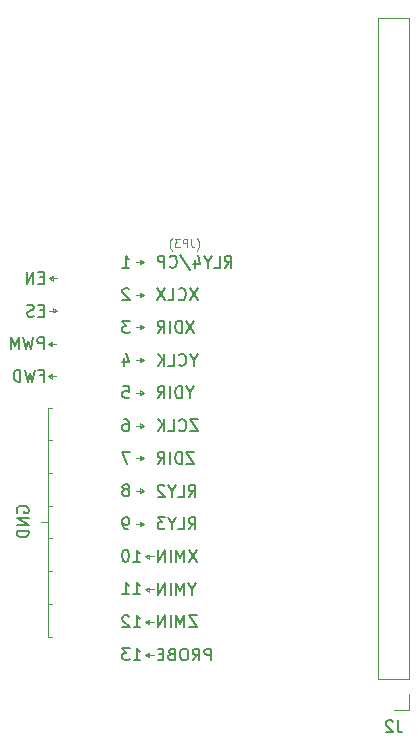
<source format=gbr>
%TF.GenerationSoftware,KiCad,Pcbnew,(6.0.11-0)*%
%TF.CreationDate,2023-07-12T13:16:53+12:00*%
%TF.ProjectId,controller-upper-cut,636f6e74-726f-46c6-9c65-722d75707065,3.2*%
%TF.SameCoordinates,PX206cc80PY68e7780*%
%TF.FileFunction,Legend,Bot*%
%TF.FilePolarity,Positive*%
%FSLAX46Y46*%
G04 Gerber Fmt 4.6, Leading zero omitted, Abs format (unit mm)*
G04 Created by KiCad (PCBNEW (6.0.11-0)) date 2023-07-12 13:16:53*
%MOMM*%
%LPD*%
G01*
G04 APERTURE LIST*
%ADD10C,0.100000*%
%ADD11C,0.150000*%
%ADD12C,0.110000*%
%ADD13C,0.120000*%
%ADD14C,5.500000*%
%ADD15C,4.000000*%
%ADD16R,1.600000X1.600000*%
%ADD17C,1.600000*%
%ADD18R,1.700000X1.700000*%
%ADD19O,1.700000X1.700000*%
G04 APERTURE END LIST*
D10*
X17500000Y-37500000D02*
X16800000Y-37500000D01*
X24566000Y-44250000D02*
X24566000Y-44600000D01*
X25035000Y-58300000D02*
X25385000Y-58500000D01*
X24576000Y-27650000D02*
X24576000Y-28000000D01*
X25735000Y-52750000D02*
X25035000Y-52750000D01*
X16800000Y-49825000D02*
X16200000Y-49825000D01*
X16800000Y-42900000D02*
X17100000Y-42901000D01*
X24916000Y-50000000D02*
X24566000Y-50150000D01*
X24216000Y-44450000D02*
X24916000Y-44450000D01*
X24926000Y-30620000D02*
X24576000Y-30420000D01*
X16800000Y-54000000D02*
X17100000Y-54001000D01*
X16800000Y-59549500D02*
X17100000Y-59550500D01*
X24566000Y-49800000D02*
X24566000Y-50150000D01*
X24566000Y-33160000D02*
X24566000Y-33510000D01*
X24216000Y-33360000D02*
X24916000Y-33360000D01*
X17200000Y-31750000D02*
X17200000Y-32100000D01*
X25035000Y-55550000D02*
X25385000Y-55750000D01*
X24916000Y-41700000D02*
X24566000Y-41850000D01*
X24566000Y-47000000D02*
X24566000Y-47350000D01*
X24226000Y-36150000D02*
X24926000Y-36150000D01*
X25385000Y-55750000D02*
X25385000Y-55400000D01*
X17200000Y-29400000D02*
X17200000Y-29050000D01*
X16800000Y-45650000D02*
X17100000Y-45651000D01*
X25035000Y-52750000D02*
X25385000Y-52600000D01*
X17550000Y-31950000D02*
X17200000Y-32100000D01*
X16850000Y-31950000D02*
X17550000Y-31950000D01*
X24926000Y-36150000D02*
X24576000Y-36300000D01*
X24576000Y-30420000D02*
X24576000Y-30770000D01*
X24926000Y-36150000D02*
X24576000Y-35950000D01*
X16800000Y-40150000D02*
X17100000Y-40151000D01*
X16800000Y-37500000D02*
X17150000Y-37700000D01*
X24926000Y-27850000D02*
X24576000Y-28000000D01*
X25035000Y-61100000D02*
X25385000Y-60950000D01*
X24216000Y-47200000D02*
X24916000Y-47200000D01*
X24916000Y-33360000D02*
X24566000Y-33160000D01*
X24576000Y-35950000D02*
X24576000Y-36300000D01*
X24916000Y-47200000D02*
X24566000Y-47350000D01*
X16800000Y-34750000D02*
X17150000Y-34950000D01*
X24916000Y-38900000D02*
X24566000Y-38700000D01*
X16800000Y-48450000D02*
X17100000Y-48451000D01*
X24916000Y-44450000D02*
X24566000Y-44250000D01*
X24216000Y-38900000D02*
X24916000Y-38900000D01*
X16800000Y-34750000D02*
X17150000Y-34600000D01*
X25385000Y-52950000D02*
X25385000Y-52600000D01*
X24226000Y-30620000D02*
X24926000Y-30620000D01*
X24916000Y-47200000D02*
X24566000Y-47000000D01*
X24916000Y-33360000D02*
X24566000Y-33510000D01*
X24916000Y-41700000D02*
X24566000Y-41500000D01*
X17150000Y-34950000D02*
X17150000Y-34600000D01*
X25035000Y-52750000D02*
X25385000Y-52950000D01*
X16800000Y-56750000D02*
X17100000Y-56751000D01*
X24916000Y-50000000D02*
X24566000Y-49800000D01*
X24226000Y-27850000D02*
X24926000Y-27850000D01*
X24566000Y-41500000D02*
X24566000Y-41850000D01*
X24916000Y-44450000D02*
X24566000Y-44600000D01*
X16850000Y-29200000D02*
X17200000Y-29050000D01*
X16800000Y-40150000D02*
X16800000Y-59549500D01*
X17550000Y-31950000D02*
X17200000Y-31750000D01*
X25035000Y-55550000D02*
X25385000Y-55400000D01*
X17500000Y-34750000D02*
X16800000Y-34750000D01*
X16850000Y-29200000D02*
X17200000Y-29400000D01*
X24926000Y-27850000D02*
X24576000Y-27650000D01*
X17150000Y-37700000D02*
X17150000Y-37350000D01*
X24566000Y-38700000D02*
X24566000Y-39050000D01*
X25735000Y-55550000D02*
X25035000Y-55550000D01*
X25035000Y-61100000D02*
X25385000Y-61300000D01*
X16800000Y-51200000D02*
X17100000Y-51201000D01*
X24216000Y-50000000D02*
X24916000Y-50000000D01*
X25735000Y-58300000D02*
X25035000Y-58300000D01*
X25735000Y-61100000D02*
X25035000Y-61100000D01*
X25385000Y-58500000D02*
X25385000Y-58150000D01*
X25035000Y-58300000D02*
X25385000Y-58150000D01*
X24926000Y-30620000D02*
X24576000Y-30770000D01*
X24216000Y-41700000D02*
X24916000Y-41700000D01*
X17550000Y-29200000D02*
X16850000Y-29200000D01*
X24916000Y-38900000D02*
X24566000Y-39050000D01*
X25385000Y-61300000D02*
X25385000Y-60950000D01*
X16800000Y-37500000D02*
X17150000Y-37350000D01*
D11*
X31754642Y-28302380D02*
X32087976Y-27826190D01*
X32326071Y-28302380D02*
X32326071Y-27302380D01*
X31945119Y-27302380D01*
X31849880Y-27350000D01*
X31802261Y-27397619D01*
X31754642Y-27492857D01*
X31754642Y-27635714D01*
X31802261Y-27730952D01*
X31849880Y-27778571D01*
X31945119Y-27826190D01*
X32326071Y-27826190D01*
X30849880Y-28302380D02*
X31326071Y-28302380D01*
X31326071Y-27302380D01*
X30326071Y-27826190D02*
X30326071Y-28302380D01*
X30659404Y-27302380D02*
X30326071Y-27826190D01*
X29992738Y-27302380D01*
X29230833Y-27635714D02*
X29230833Y-28302380D01*
X29468928Y-27254761D02*
X29707023Y-27969047D01*
X29087976Y-27969047D01*
X27992738Y-27254761D02*
X28849880Y-28540476D01*
X27087976Y-28207142D02*
X27135595Y-28254761D01*
X27278452Y-28302380D01*
X27373690Y-28302380D01*
X27516547Y-28254761D01*
X27611785Y-28159523D01*
X27659404Y-28064285D01*
X27707023Y-27873809D01*
X27707023Y-27730952D01*
X27659404Y-27540476D01*
X27611785Y-27445238D01*
X27516547Y-27350000D01*
X27373690Y-27302380D01*
X27278452Y-27302380D01*
X27135595Y-27350000D01*
X27087976Y-27397619D01*
X26659404Y-28302380D02*
X26659404Y-27302380D01*
X26278452Y-27302380D01*
X26183214Y-27350000D01*
X26135595Y-27397619D01*
X26087976Y-27492857D01*
X26087976Y-27635714D01*
X26135595Y-27730952D01*
X26183214Y-27778571D01*
X26278452Y-27826190D01*
X26659404Y-27826190D01*
X23570566Y-50452380D02*
X23380090Y-50452380D01*
X23284852Y-50404761D01*
X23237233Y-50357142D01*
X23141995Y-50214285D01*
X23094376Y-50023809D01*
X23094376Y-49642857D01*
X23141995Y-49547619D01*
X23189614Y-49500000D01*
X23284852Y-49452380D01*
X23475328Y-49452380D01*
X23570566Y-49500000D01*
X23618185Y-49547619D01*
X23665804Y-49642857D01*
X23665804Y-49880952D01*
X23618185Y-49976190D01*
X23570566Y-50023809D01*
X23475328Y-50071428D01*
X23284852Y-50071428D01*
X23189614Y-50023809D01*
X23141995Y-49976190D01*
X23094376Y-49880952D01*
X14200000Y-49038095D02*
X14152380Y-48942857D01*
X14152380Y-48800000D01*
X14200000Y-48657142D01*
X14295238Y-48561904D01*
X14390476Y-48514285D01*
X14580952Y-48466666D01*
X14723809Y-48466666D01*
X14914285Y-48514285D01*
X15009523Y-48561904D01*
X15104761Y-48657142D01*
X15152380Y-48800000D01*
X15152380Y-48895238D01*
X15104761Y-49038095D01*
X15057142Y-49085714D01*
X14723809Y-49085714D01*
X14723809Y-48895238D01*
X15152380Y-49514285D02*
X14152380Y-49514285D01*
X15152380Y-50085714D01*
X14152380Y-50085714D01*
X15152380Y-50561904D02*
X14152380Y-50561904D01*
X14152380Y-50800000D01*
X14200000Y-50942857D01*
X14295238Y-51038095D01*
X14390476Y-51085714D01*
X14580952Y-51133333D01*
X14723809Y-51133333D01*
X14914285Y-51085714D01*
X15009523Y-51038095D01*
X15104761Y-50942857D01*
X15152380Y-50800000D01*
X15152380Y-50561904D01*
X30611785Y-61552380D02*
X30611785Y-60552380D01*
X30230833Y-60552380D01*
X30135595Y-60600000D01*
X30087976Y-60647619D01*
X30040357Y-60742857D01*
X30040357Y-60885714D01*
X30087976Y-60980952D01*
X30135595Y-61028571D01*
X30230833Y-61076190D01*
X30611785Y-61076190D01*
X29040357Y-61552380D02*
X29373690Y-61076190D01*
X29611785Y-61552380D02*
X29611785Y-60552380D01*
X29230833Y-60552380D01*
X29135595Y-60600000D01*
X29087976Y-60647619D01*
X29040357Y-60742857D01*
X29040357Y-60885714D01*
X29087976Y-60980952D01*
X29135595Y-61028571D01*
X29230833Y-61076190D01*
X29611785Y-61076190D01*
X28421309Y-60552380D02*
X28230833Y-60552380D01*
X28135595Y-60600000D01*
X28040357Y-60695238D01*
X27992738Y-60885714D01*
X27992738Y-61219047D01*
X28040357Y-61409523D01*
X28135595Y-61504761D01*
X28230833Y-61552380D01*
X28421309Y-61552380D01*
X28516547Y-61504761D01*
X28611785Y-61409523D01*
X28659404Y-61219047D01*
X28659404Y-60885714D01*
X28611785Y-60695238D01*
X28516547Y-60600000D01*
X28421309Y-60552380D01*
X27230833Y-61028571D02*
X27087976Y-61076190D01*
X27040357Y-61123809D01*
X26992738Y-61219047D01*
X26992738Y-61361904D01*
X27040357Y-61457142D01*
X27087976Y-61504761D01*
X27183214Y-61552380D01*
X27564166Y-61552380D01*
X27564166Y-60552380D01*
X27230833Y-60552380D01*
X27135595Y-60600000D01*
X27087976Y-60647619D01*
X27040357Y-60742857D01*
X27040357Y-60838095D01*
X27087976Y-60933333D01*
X27135595Y-60980952D01*
X27230833Y-61028571D01*
X27564166Y-61028571D01*
X26564166Y-61028571D02*
X26230833Y-61028571D01*
X26087976Y-61552380D02*
X26564166Y-61552380D01*
X26564166Y-60552380D01*
X26087976Y-60552380D01*
X28707023Y-47702380D02*
X29040357Y-47226190D01*
X29278452Y-47702380D02*
X29278452Y-46702380D01*
X28897500Y-46702380D01*
X28802261Y-46750000D01*
X28754642Y-46797619D01*
X28707023Y-46892857D01*
X28707023Y-47035714D01*
X28754642Y-47130952D01*
X28802261Y-47178571D01*
X28897500Y-47226190D01*
X29278452Y-47226190D01*
X27802261Y-47702380D02*
X28278452Y-47702380D01*
X28278452Y-46702380D01*
X27278452Y-47226190D02*
X27278452Y-47702380D01*
X27611785Y-46702380D02*
X27278452Y-47226190D01*
X26945119Y-46702380D01*
X26659404Y-46797619D02*
X26611785Y-46750000D01*
X26516547Y-46702380D01*
X26278452Y-46702380D01*
X26183214Y-46750000D01*
X26135595Y-46797619D01*
X26087976Y-46892857D01*
X26087976Y-46988095D01*
X26135595Y-47130952D01*
X26707023Y-47702380D01*
X26087976Y-47702380D01*
X23094376Y-28302380D02*
X23665804Y-28302380D01*
X23380090Y-28302380D02*
X23380090Y-27302380D01*
X23475328Y-27445238D01*
X23570566Y-27540476D01*
X23665804Y-27588095D01*
X24030357Y-55952380D02*
X24601785Y-55952380D01*
X24316071Y-55952380D02*
X24316071Y-54952380D01*
X24411309Y-55095238D01*
X24506547Y-55190476D01*
X24601785Y-55238095D01*
X23077976Y-55952380D02*
X23649404Y-55952380D01*
X23363690Y-55952380D02*
X23363690Y-54952380D01*
X23458928Y-55095238D01*
X23554166Y-55190476D01*
X23649404Y-55238095D01*
X29135595Y-36126190D02*
X29135595Y-36602380D01*
X29468928Y-35602380D02*
X29135595Y-36126190D01*
X28802261Y-35602380D01*
X27897500Y-36507142D02*
X27945119Y-36554761D01*
X28087976Y-36602380D01*
X28183214Y-36602380D01*
X28326071Y-36554761D01*
X28421309Y-36459523D01*
X28468928Y-36364285D01*
X28516547Y-36173809D01*
X28516547Y-36030952D01*
X28468928Y-35840476D01*
X28421309Y-35745238D01*
X28326071Y-35650000D01*
X28183214Y-35602380D01*
X28087976Y-35602380D01*
X27945119Y-35650000D01*
X27897500Y-35697619D01*
X26992738Y-36602380D02*
X27468928Y-36602380D01*
X27468928Y-35602380D01*
X26659404Y-36602380D02*
X26659404Y-35602380D01*
X26087976Y-36602380D02*
X26516547Y-36030952D01*
X26087976Y-35602380D02*
X26659404Y-36173809D01*
X24040357Y-61522380D02*
X24611785Y-61522380D01*
X24326071Y-61522380D02*
X24326071Y-60522380D01*
X24421309Y-60665238D01*
X24516547Y-60760476D01*
X24611785Y-60808095D01*
X23707023Y-60522380D02*
X23087976Y-60522380D01*
X23421309Y-60903333D01*
X23278452Y-60903333D01*
X23183214Y-60950952D01*
X23135595Y-60998571D01*
X23087976Y-61093809D01*
X23087976Y-61331904D01*
X23135595Y-61427142D01*
X23183214Y-61474761D01*
X23278452Y-61522380D01*
X23564166Y-61522380D01*
X23659404Y-61474761D01*
X23707023Y-61427142D01*
X23713423Y-32832380D02*
X23094376Y-32832380D01*
X23427709Y-33213333D01*
X23284852Y-33213333D01*
X23189614Y-33260952D01*
X23141995Y-33308571D01*
X23094376Y-33403809D01*
X23094376Y-33641904D01*
X23141995Y-33737142D01*
X23189614Y-33784761D01*
X23284852Y-33832380D01*
X23570566Y-33832380D01*
X23665804Y-33784761D01*
X23713423Y-33737142D01*
X29373690Y-52202380D02*
X28707023Y-53202380D01*
X28707023Y-52202380D02*
X29373690Y-53202380D01*
X28326071Y-53202380D02*
X28326071Y-52202380D01*
X27992738Y-52916666D01*
X27659404Y-52202380D01*
X27659404Y-53202380D01*
X27183214Y-53202380D02*
X27183214Y-52202380D01*
X26707023Y-53202380D02*
X26707023Y-52202380D01*
X26135595Y-53202380D01*
X26135595Y-52202380D01*
X23150995Y-38342380D02*
X23627185Y-38342380D01*
X23674804Y-38818571D01*
X23627185Y-38770952D01*
X23531947Y-38723333D01*
X23293852Y-38723333D01*
X23198614Y-38770952D01*
X23150995Y-38818571D01*
X23103376Y-38913809D01*
X23103376Y-39151904D01*
X23150995Y-39247142D01*
X23198614Y-39294761D01*
X23293852Y-39342380D01*
X23531947Y-39342380D01*
X23627185Y-39294761D01*
X23674804Y-39247142D01*
X28802261Y-38876190D02*
X28802261Y-39352380D01*
X29135595Y-38352380D02*
X28802261Y-38876190D01*
X28468928Y-38352380D01*
X28135595Y-39352380D02*
X28135595Y-38352380D01*
X27897500Y-38352380D01*
X27754642Y-38400000D01*
X27659404Y-38495238D01*
X27611785Y-38590476D01*
X27564166Y-38780952D01*
X27564166Y-38923809D01*
X27611785Y-39114285D01*
X27659404Y-39209523D01*
X27754642Y-39304761D01*
X27897500Y-39352380D01*
X28135595Y-39352380D01*
X27135595Y-39352380D02*
X27135595Y-38352380D01*
X26087976Y-39352380D02*
X26421309Y-38876190D01*
X26659404Y-39352380D02*
X26659404Y-38352380D01*
X26278452Y-38352380D01*
X26183214Y-38400000D01*
X26135595Y-38447619D01*
X26087976Y-38542857D01*
X26087976Y-38685714D01*
X26135595Y-38780952D01*
X26183214Y-38828571D01*
X26278452Y-38876190D01*
X26659404Y-38876190D01*
X29183214Y-32802380D02*
X28516547Y-33802380D01*
X28516547Y-32802380D02*
X29183214Y-33802380D01*
X28135595Y-33802380D02*
X28135595Y-32802380D01*
X27897500Y-32802380D01*
X27754642Y-32850000D01*
X27659404Y-32945238D01*
X27611785Y-33040476D01*
X27564166Y-33230952D01*
X27564166Y-33373809D01*
X27611785Y-33564285D01*
X27659404Y-33659523D01*
X27754642Y-33754761D01*
X27897500Y-33802380D01*
X28135595Y-33802380D01*
X27135595Y-33802380D02*
X27135595Y-32802380D01*
X26087976Y-33802380D02*
X26421309Y-33326190D01*
X26659404Y-33802380D02*
X26659404Y-32802380D01*
X26278452Y-32802380D01*
X26183214Y-32850000D01*
X26135595Y-32897619D01*
X26087976Y-32992857D01*
X26087976Y-33135714D01*
X26135595Y-33230952D01*
X26183214Y-33278571D01*
X26278452Y-33326190D01*
X26659404Y-33326190D01*
X23713423Y-43902380D02*
X23046757Y-43902380D01*
X23475328Y-44902380D01*
X16464404Y-35202380D02*
X16464404Y-34202380D01*
X16083452Y-34202380D01*
X15988214Y-34250000D01*
X15940595Y-34297619D01*
X15892976Y-34392857D01*
X15892976Y-34535714D01*
X15940595Y-34630952D01*
X15988214Y-34678571D01*
X16083452Y-34726190D01*
X16464404Y-34726190D01*
X15559642Y-34202380D02*
X15321547Y-35202380D01*
X15131071Y-34488095D01*
X14940595Y-35202380D01*
X14702500Y-34202380D01*
X14321547Y-35202380D02*
X14321547Y-34202380D01*
X13988214Y-34916666D01*
X13654880Y-34202380D01*
X13654880Y-35202380D01*
X28992738Y-55526190D02*
X28992738Y-56002380D01*
X29326071Y-55002380D02*
X28992738Y-55526190D01*
X28659404Y-55002380D01*
X28326071Y-56002380D02*
X28326071Y-55002380D01*
X27992738Y-55716666D01*
X27659404Y-55002380D01*
X27659404Y-56002380D01*
X27183214Y-56002380D02*
X27183214Y-55002380D01*
X26707023Y-56002380D02*
X26707023Y-55002380D01*
X26135595Y-56002380D01*
X26135595Y-55002380D01*
X23189614Y-35935714D02*
X23189614Y-36602380D01*
X23427709Y-35554761D02*
X23665804Y-36269047D01*
X23046757Y-36269047D01*
X16131071Y-37428571D02*
X16464404Y-37428571D01*
X16464404Y-37952380D02*
X16464404Y-36952380D01*
X15988214Y-36952380D01*
X15702500Y-36952380D02*
X15464404Y-37952380D01*
X15273928Y-37238095D01*
X15083452Y-37952380D01*
X14845357Y-36952380D01*
X14464404Y-37952380D02*
X14464404Y-36952380D01*
X14226309Y-36952380D01*
X14083452Y-37000000D01*
X13988214Y-37095238D01*
X13940595Y-37190476D01*
X13892976Y-37380952D01*
X13892976Y-37523809D01*
X13940595Y-37714285D01*
X13988214Y-37809523D01*
X14083452Y-37904761D01*
X14226309Y-37952380D01*
X14464404Y-37952380D01*
X29373690Y-57752380D02*
X28707023Y-57752380D01*
X29373690Y-58752380D01*
X28707023Y-58752380D01*
X28326071Y-58752380D02*
X28326071Y-57752380D01*
X27992738Y-58466666D01*
X27659404Y-57752380D01*
X27659404Y-58752380D01*
X27183214Y-58752380D02*
X27183214Y-57752380D01*
X26707023Y-58752380D02*
X26707023Y-57752380D01*
X26135595Y-58752380D01*
X26135595Y-57752380D01*
X28707023Y-50452380D02*
X29040357Y-49976190D01*
X29278452Y-50452380D02*
X29278452Y-49452380D01*
X28897500Y-49452380D01*
X28802261Y-49500000D01*
X28754642Y-49547619D01*
X28707023Y-49642857D01*
X28707023Y-49785714D01*
X28754642Y-49880952D01*
X28802261Y-49928571D01*
X28897500Y-49976190D01*
X29278452Y-49976190D01*
X27802261Y-50452380D02*
X28278452Y-50452380D01*
X28278452Y-49452380D01*
X27278452Y-49976190D02*
X27278452Y-50452380D01*
X27611785Y-49452380D02*
X27278452Y-49976190D01*
X26945119Y-49452380D01*
X26707023Y-49452380D02*
X26087976Y-49452380D01*
X26421309Y-49833333D01*
X26278452Y-49833333D01*
X26183214Y-49880952D01*
X26135595Y-49928571D01*
X26087976Y-50023809D01*
X26087976Y-50261904D01*
X26135595Y-50357142D01*
X26183214Y-50404761D01*
X26278452Y-50452380D01*
X26564166Y-50452380D01*
X26659404Y-50404761D01*
X26707023Y-50357142D01*
X23665804Y-30139619D02*
X23618185Y-30092000D01*
X23522947Y-30044380D01*
X23284852Y-30044380D01*
X23189614Y-30092000D01*
X23141995Y-30139619D01*
X23094376Y-30234857D01*
X23094376Y-30330095D01*
X23141995Y-30472952D01*
X23713423Y-31044380D01*
X23094376Y-31044380D01*
X29183214Y-43902380D02*
X28516547Y-43902380D01*
X29183214Y-44902380D01*
X28516547Y-44902380D01*
X28135595Y-44902380D02*
X28135595Y-43902380D01*
X27897500Y-43902380D01*
X27754642Y-43950000D01*
X27659404Y-44045238D01*
X27611785Y-44140476D01*
X27564166Y-44330952D01*
X27564166Y-44473809D01*
X27611785Y-44664285D01*
X27659404Y-44759523D01*
X27754642Y-44854761D01*
X27897500Y-44902380D01*
X28135595Y-44902380D01*
X27135595Y-44902380D02*
X27135595Y-43902380D01*
X26087976Y-44902380D02*
X26421309Y-44426190D01*
X26659404Y-44902380D02*
X26659404Y-43902380D01*
X26278452Y-43902380D01*
X26183214Y-43950000D01*
X26135595Y-43997619D01*
X26087976Y-44092857D01*
X26087976Y-44235714D01*
X26135595Y-44330952D01*
X26183214Y-44378571D01*
X26278452Y-44426190D01*
X26659404Y-44426190D01*
X29516547Y-41152380D02*
X28849880Y-41152380D01*
X29516547Y-42152380D01*
X28849880Y-42152380D01*
X27897500Y-42057142D02*
X27945119Y-42104761D01*
X28087976Y-42152380D01*
X28183214Y-42152380D01*
X28326071Y-42104761D01*
X28421309Y-42009523D01*
X28468928Y-41914285D01*
X28516547Y-41723809D01*
X28516547Y-41580952D01*
X28468928Y-41390476D01*
X28421309Y-41295238D01*
X28326071Y-41200000D01*
X28183214Y-41152380D01*
X28087976Y-41152380D01*
X27945119Y-41200000D01*
X27897500Y-41247619D01*
X26992738Y-42152380D02*
X27468928Y-42152380D01*
X27468928Y-41152380D01*
X26659404Y-42152380D02*
X26659404Y-41152380D01*
X26087976Y-42152380D02*
X26516547Y-41580952D01*
X26087976Y-41152380D02*
X26659404Y-41723809D01*
X24030357Y-53202380D02*
X24601785Y-53202380D01*
X24316071Y-53202380D02*
X24316071Y-52202380D01*
X24411309Y-52345238D01*
X24506547Y-52440476D01*
X24601785Y-52488095D01*
X23411309Y-52202380D02*
X23316071Y-52202380D01*
X23220833Y-52250000D01*
X23173214Y-52297619D01*
X23125595Y-52392857D01*
X23077976Y-52583333D01*
X23077976Y-52821428D01*
X23125595Y-53011904D01*
X23173214Y-53107142D01*
X23220833Y-53154761D01*
X23316071Y-53202380D01*
X23411309Y-53202380D01*
X23506547Y-53154761D01*
X23554166Y-53107142D01*
X23601785Y-53011904D01*
X23649404Y-52821428D01*
X23649404Y-52583333D01*
X23601785Y-52392857D01*
X23554166Y-52297619D01*
X23506547Y-52250000D01*
X23411309Y-52202380D01*
X16464404Y-29128571D02*
X16131071Y-29128571D01*
X15988214Y-29652380D02*
X16464404Y-29652380D01*
X16464404Y-28652380D01*
X15988214Y-28652380D01*
X15559642Y-29652380D02*
X15559642Y-28652380D01*
X14988214Y-29652380D01*
X14988214Y-28652380D01*
X24040357Y-58752380D02*
X24611785Y-58752380D01*
X24326071Y-58752380D02*
X24326071Y-57752380D01*
X24421309Y-57895238D01*
X24516547Y-57990476D01*
X24611785Y-58038095D01*
X23659404Y-57847619D02*
X23611785Y-57800000D01*
X23516547Y-57752380D01*
X23278452Y-57752380D01*
X23183214Y-57800000D01*
X23135595Y-57847619D01*
X23087976Y-57942857D01*
X23087976Y-58038095D01*
X23135595Y-58180952D01*
X23707023Y-58752380D01*
X23087976Y-58752380D01*
X29468928Y-30052380D02*
X28802261Y-31052380D01*
X28802261Y-30052380D02*
X29468928Y-31052380D01*
X27849880Y-30957142D02*
X27897500Y-31004761D01*
X28040357Y-31052380D01*
X28135595Y-31052380D01*
X28278452Y-31004761D01*
X28373690Y-30909523D01*
X28421309Y-30814285D01*
X28468928Y-30623809D01*
X28468928Y-30480952D01*
X28421309Y-30290476D01*
X28373690Y-30195238D01*
X28278452Y-30100000D01*
X28135595Y-30052380D01*
X28040357Y-30052380D01*
X27897500Y-30100000D01*
X27849880Y-30147619D01*
X26945119Y-31052380D02*
X27421309Y-31052380D01*
X27421309Y-30052380D01*
X26707023Y-30052380D02*
X26040357Y-31052380D01*
X26040357Y-30052380D02*
X26707023Y-31052380D01*
X23475328Y-47080952D02*
X23570566Y-47033333D01*
X23618185Y-46985714D01*
X23665804Y-46890476D01*
X23665804Y-46842857D01*
X23618185Y-46747619D01*
X23570566Y-46700000D01*
X23475328Y-46652380D01*
X23284852Y-46652380D01*
X23189614Y-46700000D01*
X23141995Y-46747619D01*
X23094376Y-46842857D01*
X23094376Y-46890476D01*
X23141995Y-46985714D01*
X23189614Y-47033333D01*
X23284852Y-47080952D01*
X23475328Y-47080952D01*
X23570566Y-47128571D01*
X23618185Y-47176190D01*
X23665804Y-47271428D01*
X23665804Y-47461904D01*
X23618185Y-47557142D01*
X23570566Y-47604761D01*
X23475328Y-47652380D01*
X23284852Y-47652380D01*
X23189614Y-47604761D01*
X23141995Y-47557142D01*
X23094376Y-47461904D01*
X23094376Y-47271428D01*
X23141995Y-47176190D01*
X23189614Y-47128571D01*
X23284852Y-47080952D01*
X23198614Y-41152380D02*
X23389090Y-41152380D01*
X23484328Y-41200000D01*
X23531947Y-41247619D01*
X23627185Y-41390476D01*
X23674804Y-41580952D01*
X23674804Y-41961904D01*
X23627185Y-42057142D01*
X23579566Y-42104761D01*
X23484328Y-42152380D01*
X23293852Y-42152380D01*
X23198614Y-42104761D01*
X23150995Y-42057142D01*
X23103376Y-41961904D01*
X23103376Y-41723809D01*
X23150995Y-41628571D01*
X23198614Y-41580952D01*
X23293852Y-41533333D01*
X23484328Y-41533333D01*
X23579566Y-41580952D01*
X23627185Y-41628571D01*
X23674804Y-41723809D01*
X16464404Y-31928571D02*
X16131071Y-31928571D01*
X15988214Y-32452380D02*
X16464404Y-32452380D01*
X16464404Y-31452380D01*
X15988214Y-31452380D01*
X15607261Y-32404761D02*
X15464404Y-32452380D01*
X15226309Y-32452380D01*
X15131071Y-32404761D01*
X15083452Y-32357142D01*
X15035833Y-32261904D01*
X15035833Y-32166666D01*
X15083452Y-32071428D01*
X15131071Y-32023809D01*
X15226309Y-31976190D01*
X15416785Y-31928571D01*
X15512023Y-31880952D01*
X15559642Y-31833333D01*
X15607261Y-31738095D01*
X15607261Y-31642857D01*
X15559642Y-31547619D01*
X15512023Y-31500000D01*
X15416785Y-31452380D01*
X15178690Y-31452380D01*
X15035833Y-31500000D01*
D12*
X29392000Y-26859333D02*
X29425333Y-26826000D01*
X29492000Y-26726000D01*
X29525333Y-26659333D01*
X29558666Y-26559333D01*
X29592000Y-26392666D01*
X29592000Y-26259333D01*
X29558666Y-26092666D01*
X29525333Y-25992666D01*
X29492000Y-25926000D01*
X29425333Y-25826000D01*
X29392000Y-25792666D01*
X28925333Y-25892666D02*
X28925333Y-26392666D01*
X28958666Y-26492666D01*
X29025333Y-26559333D01*
X29125333Y-26592666D01*
X29192000Y-26592666D01*
X28592000Y-26592666D02*
X28592000Y-25892666D01*
X28325333Y-25892666D01*
X28258666Y-25926000D01*
X28225333Y-25959333D01*
X28192000Y-26026000D01*
X28192000Y-26126000D01*
X28225333Y-26192666D01*
X28258666Y-26226000D01*
X28325333Y-26259333D01*
X28592000Y-26259333D01*
X27958666Y-25892666D02*
X27525333Y-25892666D01*
X27758666Y-26159333D01*
X27658666Y-26159333D01*
X27592000Y-26192666D01*
X27558666Y-26226000D01*
X27525333Y-26292666D01*
X27525333Y-26459333D01*
X27558666Y-26526000D01*
X27592000Y-26559333D01*
X27658666Y-26592666D01*
X27858666Y-26592666D01*
X27925333Y-26559333D01*
X27958666Y-26526000D01*
X27292000Y-26859333D02*
X27258666Y-26826000D01*
X27192000Y-26726000D01*
X27158666Y-26659333D01*
X27125333Y-26559333D01*
X27092000Y-26392666D01*
X27092000Y-26259333D01*
X27125333Y-26092666D01*
X27158666Y-25992666D01*
X27192000Y-25926000D01*
X27258666Y-25826000D01*
X27292000Y-25792666D01*
D11*
%TO.C,J2*%
X46396333Y-66639380D02*
X46396333Y-67353666D01*
X46443952Y-67496523D01*
X46539190Y-67591761D01*
X46682047Y-67639380D01*
X46777285Y-67639380D01*
X45967761Y-66734619D02*
X45920142Y-66687000D01*
X45824904Y-66639380D01*
X45586809Y-66639380D01*
X45491571Y-66687000D01*
X45443952Y-66734619D01*
X45396333Y-66829857D01*
X45396333Y-66925095D01*
X45443952Y-67067952D01*
X46015380Y-67639380D01*
X45396333Y-67639380D01*
D13*
X44733000Y-7207000D02*
X47393000Y-7207000D01*
X44733000Y-63147000D02*
X47393000Y-63147000D01*
X47393000Y-63147000D02*
X47393000Y-7207000D01*
X47393000Y-65747000D02*
X47393000Y-64417000D01*
X46063000Y-65747000D02*
X47393000Y-65747000D01*
X44733000Y-63147000D02*
X44733000Y-7207000D01*
%TD*%
%LPC*%
D14*
%TO.C,H3*%
X20000000Y-10000000D03*
%TD*%
%TO.C,H4*%
X20000000Y-79000000D03*
%TD*%
D15*
%TO.C,J7*%
X20210331Y-68057893D03*
X20210331Y-20957893D03*
D16*
X21630331Y-27887893D03*
D17*
X21630331Y-30657893D03*
X21630331Y-33427893D03*
X21630331Y-36197893D03*
X21630331Y-38967893D03*
X21630331Y-41737893D03*
X21630331Y-44507893D03*
X21630331Y-47277893D03*
X21630331Y-50047893D03*
X21630331Y-52817893D03*
X21630331Y-55587893D03*
X21630331Y-58357893D03*
X21630331Y-61127893D03*
X18790331Y-29272893D03*
X18790331Y-32042893D03*
X18790331Y-34812893D03*
X18790331Y-37582893D03*
X18790331Y-40352893D03*
X18790331Y-43122893D03*
X18790331Y-45892893D03*
X18790331Y-48662893D03*
X18790331Y-51432893D03*
X18790331Y-54202893D03*
X18790331Y-56972893D03*
X18790331Y-59742893D03*
%TD*%
D18*
%TO.C,J2*%
X46063000Y-64417000D03*
D19*
X46063000Y-61877000D03*
X46063000Y-59337000D03*
X46063000Y-56797000D03*
X46063000Y-54257000D03*
X46063000Y-51717000D03*
X46063000Y-49177000D03*
X46063000Y-46637000D03*
X46063000Y-44097000D03*
X46063000Y-41557000D03*
X46063000Y-39017000D03*
X46063000Y-36477000D03*
X46063000Y-33937000D03*
X46063000Y-31397000D03*
X46063000Y-28857000D03*
X46063000Y-26317000D03*
X46063000Y-23777000D03*
X46063000Y-21237000D03*
X46063000Y-18697000D03*
X46063000Y-16157000D03*
X46063000Y-13617000D03*
X46063000Y-11077000D03*
X46063000Y-8537000D03*
%TD*%
M02*

</source>
